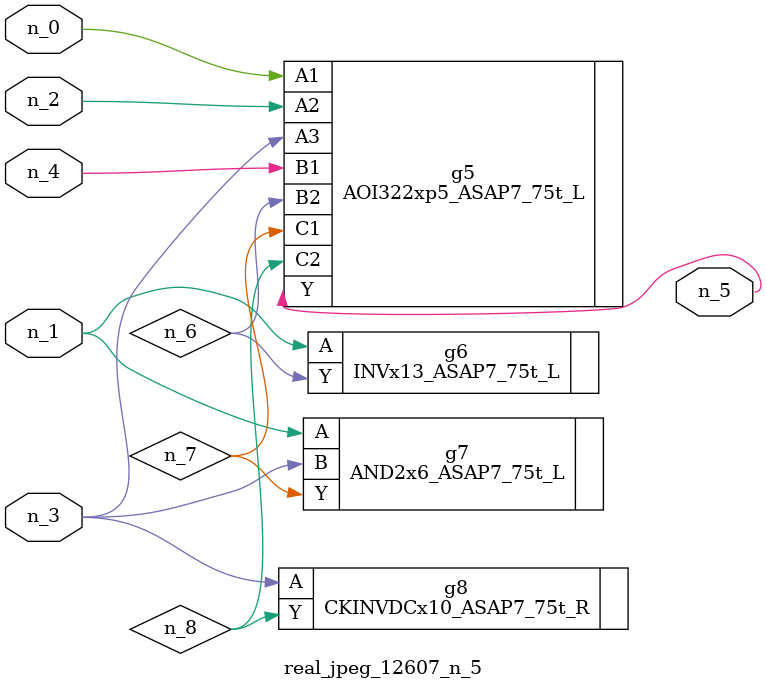
<source format=v>
module real_jpeg_12607_n_5 (n_4, n_0, n_1, n_2, n_3, n_5);

input n_4;
input n_0;
input n_1;
input n_2;
input n_3;

output n_5;

wire n_8;
wire n_6;
wire n_7;

AOI322xp5_ASAP7_75t_L g5 ( 
.A1(n_0),
.A2(n_2),
.A3(n_3),
.B1(n_4),
.B2(n_6),
.C1(n_7),
.C2(n_8),
.Y(n_5)
);

INVx13_ASAP7_75t_L g6 ( 
.A(n_1),
.Y(n_6)
);

AND2x6_ASAP7_75t_L g7 ( 
.A(n_1),
.B(n_3),
.Y(n_7)
);

CKINVDCx10_ASAP7_75t_R g8 ( 
.A(n_3),
.Y(n_8)
);


endmodule
</source>
